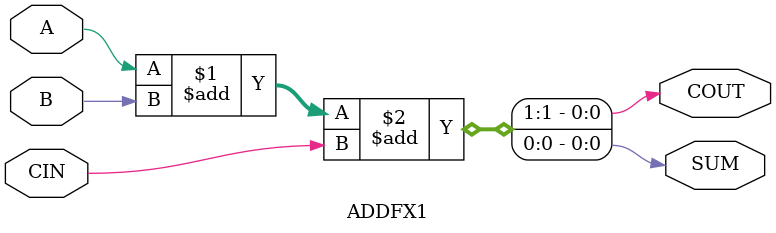
<source format=v>


module ADDFX1 ( A,B, CIN, SUM, COUT);
	input A ,B, CIN;
	output SUM, COUT;

	assign {COUT, SUM} = A + B + CIN;

endmodule

</source>
